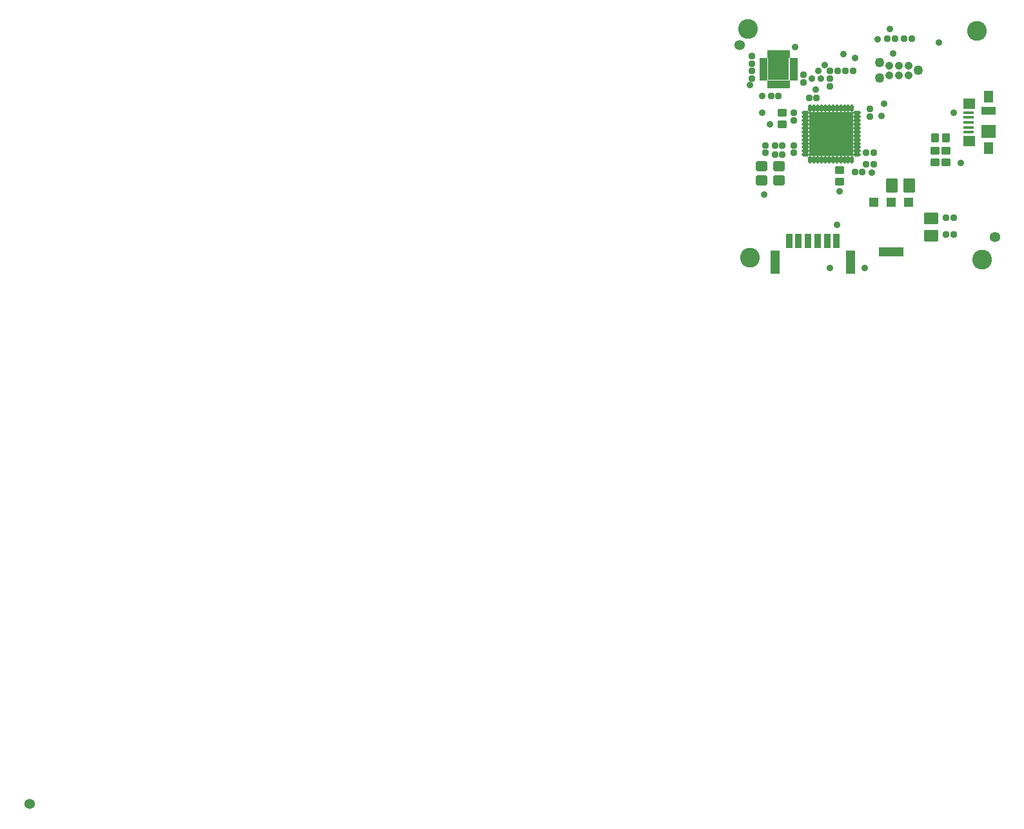
<source format=gbr>
%TF.GenerationSoftware,Altium Limited,Altium Designer,24.4.1 (13)*%
G04 Layer_Color=8388736*
%FSLAX45Y45*%
%MOMM*%
%TF.SameCoordinates,9860FC65-6E59-49BE-95FE-00A45DA03842*%
%TF.FilePolarity,Negative*%
%TF.FileFunction,Soldermask,Top*%
%TF.Part,Single*%
G01*
G75*
%TA.AperFunction,Conductor*%
%ADD12C,0.25000*%
%TA.AperFunction,SMDPad,CuDef*%
%ADD20R,1.38000X0.45000*%
%ADD21R,1.55000X1.42500*%
%ADD22R,1.90000X1.00000*%
%ADD23R,1.90000X1.80000*%
%ADD24R,1.30000X1.65000*%
%ADD29R,3.18213X1.25000*%
%ADD30R,1.25000X1.25000*%
G04:AMPARAMS|DCode=54|XSize=0.8032mm|YSize=0.9032mm|CornerRadius=0.1766mm|HoleSize=0mm|Usage=FLASHONLY|Rotation=90.000|XOffset=0mm|YOffset=0mm|HoleType=Round|Shape=RoundedRectangle|*
%AMROUNDEDRECTD54*
21,1,0.80320,0.55000,0,0,90.0*
21,1,0.45000,0.90320,0,0,90.0*
1,1,0.35320,0.27500,0.22500*
1,1,0.35320,0.27500,-0.22500*
1,1,0.35320,-0.27500,-0.22500*
1,1,0.35320,-0.27500,0.22500*
%
%ADD54ROUNDEDRECTD54*%
G04:AMPARAMS|DCode=55|XSize=0.8032mm|YSize=0.9032mm|CornerRadius=0.1766mm|HoleSize=0mm|Usage=FLASHONLY|Rotation=0.000|XOffset=0mm|YOffset=0mm|HoleType=Round|Shape=RoundedRectangle|*
%AMROUNDEDRECTD55*
21,1,0.80320,0.55000,0,0,0.0*
21,1,0.45000,0.90320,0,0,0.0*
1,1,0.35320,0.22500,-0.27500*
1,1,0.35320,-0.22500,-0.27500*
1,1,0.35320,-0.22500,0.27500*
1,1,0.35320,0.22500,0.27500*
%
%ADD55ROUNDEDRECTD55*%
%ADD56R,5.80320X5.80320*%
%ADD57O,0.45320X1.00320*%
%ADD58O,1.00320X0.45320*%
%TA.AperFunction,BGAPad,CuDef*%
%ADD59C,1.06620*%
%TA.AperFunction,SMDPad,CuDef*%
%ADD60R,2.80320X2.90320*%
%ADD61R,0.55320X1.00320*%
%ADD62R,1.05320X0.55320*%
G04:AMPARAMS|DCode=63|XSize=1.0032mm|YSize=1.2032mm|CornerRadius=0.2016mm|HoleSize=0mm|Usage=FLASHONLY|Rotation=180.000|XOffset=0mm|YOffset=0mm|HoleType=Round|Shape=RoundedRectangle|*
%AMROUNDEDRECTD63*
21,1,1.00320,0.80000,0,0,180.0*
21,1,0.60000,1.20320,0,0,180.0*
1,1,0.40320,-0.30000,0.40000*
1,1,0.40320,0.30000,0.40000*
1,1,0.40320,0.30000,-0.40000*
1,1,0.40320,-0.30000,-0.40000*
%
%ADD63ROUNDEDRECTD63*%
G04:AMPARAMS|DCode=64|XSize=1.0032mm|YSize=1.2032mm|CornerRadius=0.2016mm|HoleSize=0mm|Usage=FLASHONLY|Rotation=90.000|XOffset=0mm|YOffset=0mm|HoleType=Round|Shape=RoundedRectangle|*
%AMROUNDEDRECTD64*
21,1,1.00320,0.80000,0,0,90.0*
21,1,0.60000,1.20320,0,0,90.0*
1,1,0.40320,0.40000,0.30000*
1,1,0.40320,0.40000,-0.30000*
1,1,0.40320,-0.40000,-0.30000*
1,1,0.40320,-0.40000,0.30000*
%
%ADD64ROUNDEDRECTD64*%
G04:AMPARAMS|DCode=65|XSize=1.6032mm|YSize=1.9032mm|CornerRadius=0.2766mm|HoleSize=0mm|Usage=FLASHONLY|Rotation=270.000|XOffset=0mm|YOffset=0mm|HoleType=Round|Shape=RoundedRectangle|*
%AMROUNDEDRECTD65*
21,1,1.60320,1.35000,0,0,270.0*
21,1,1.05000,1.90320,0,0,270.0*
1,1,0.55320,-0.67500,-0.52500*
1,1,0.55320,-0.67500,0.52500*
1,1,0.55320,0.67500,0.52500*
1,1,0.55320,0.67500,-0.52500*
%
%ADD65ROUNDEDRECTD65*%
G04:AMPARAMS|DCode=66|XSize=1.6032mm|YSize=1.9032mm|CornerRadius=0.2766mm|HoleSize=0mm|Usage=FLASHONLY|Rotation=180.000|XOffset=0mm|YOffset=0mm|HoleType=Round|Shape=RoundedRectangle|*
%AMROUNDEDRECTD66*
21,1,1.60320,1.35000,0,0,180.0*
21,1,1.05000,1.90320,0,0,180.0*
1,1,0.55320,-0.52500,0.67500*
1,1,0.55320,0.52500,0.67500*
1,1,0.55320,0.52500,-0.67500*
1,1,0.55320,-0.52500,-0.67500*
%
%ADD66ROUNDEDRECTD66*%
%ADD67R,0.85320X1.90320*%
%ADD68R,1.20320X3.10320*%
G04:AMPARAMS|DCode=69|XSize=1.5032mm|YSize=1.3032mm|CornerRadius=0.1566mm|HoleSize=0mm|Usage=FLASHONLY|Rotation=0.000|XOffset=0mm|YOffset=0mm|HoleType=Round|Shape=RoundedRectangle|*
%AMROUNDEDRECTD69*
21,1,1.50320,0.99000,0,0,0.0*
21,1,1.19000,1.30320,0,0,0.0*
1,1,0.31320,0.59500,-0.49500*
1,1,0.31320,-0.59500,-0.49500*
1,1,0.31320,-0.59500,0.49500*
1,1,0.31320,0.59500,0.49500*
%
%ADD69ROUNDEDRECTD69*%
%TA.AperFunction,ViaPad*%
%ADD70C,1.35520*%
%TA.AperFunction,ComponentPad*%
%ADD71C,1.27020*%
%TA.AperFunction,ViaPad*%
%ADD72C,2.60320*%
%ADD73C,0.90320*%
%ADD74C,0.70320*%
D12*
X214499Y2469959D02*
X223110Y2478569D01*
D20*
X3081500Y2105000D02*
D03*
Y2040000D02*
D03*
Y1975000D02*
D03*
Y1910000D02*
D03*
Y1845000D02*
D03*
D21*
X3090000Y2223750D02*
D03*
Y1726250D02*
D03*
D22*
X3347500Y2130000D02*
D03*
D23*
Y1860000D02*
D03*
D24*
Y2312500D02*
D03*
Y1637500D02*
D03*
D29*
X2062500Y270500D02*
D03*
D30*
X1833500Y929500D02*
D03*
X2062500D02*
D03*
X2291500D02*
D03*
D54*
X412500Y1575000D02*
D03*
Y1675000D02*
D03*
X787500Y1575000D02*
D03*
Y1675000D02*
D03*
X912500Y2500000D02*
D03*
Y2600000D02*
D03*
X237500Y2850000D02*
D03*
Y2750000D02*
D03*
X237500Y2650000D02*
D03*
Y2550000D02*
D03*
X1262500Y2450000D02*
D03*
Y2550000D02*
D03*
X1787500Y2150000D02*
D03*
Y2050000D02*
D03*
X787500Y2100000D02*
D03*
Y2000000D02*
D03*
D55*
X1737500Y1425000D02*
D03*
X1837500D02*
D03*
X637501Y1550000D02*
D03*
X537501D02*
D03*
X487500Y2325000D02*
D03*
X587500D02*
D03*
X537500Y1675000D02*
D03*
X637500D02*
D03*
X2787500Y500000D02*
D03*
X2887500D02*
D03*
Y725000D02*
D03*
X2787500D02*
D03*
X1262500Y2650000D02*
D03*
X1362500D02*
D03*
X1562500D02*
D03*
X1462500D02*
D03*
X1837500Y1575000D02*
D03*
X1737500D02*
D03*
X2337500Y3075000D02*
D03*
X2237500D02*
D03*
X2112500D02*
D03*
X2012500D02*
D03*
X987500Y2300000D02*
D03*
X1087500D02*
D03*
X1687500Y1325000D02*
D03*
X1587500D02*
D03*
D56*
X1277500Y1825000D02*
D03*
D57*
X1002500Y2165000D02*
D03*
X1052500D02*
D03*
X1102500D02*
D03*
X1152500D02*
D03*
X1202500D02*
D03*
X1252500D02*
D03*
X1302500D02*
D03*
X1352500D02*
D03*
X1402500D02*
D03*
X1452500D02*
D03*
X1502500D02*
D03*
X1552500D02*
D03*
Y1485000D02*
D03*
X1502500D02*
D03*
X1452500D02*
D03*
X1402500D02*
D03*
X1352500D02*
D03*
X1302500D02*
D03*
X1252500D02*
D03*
X1202500D02*
D03*
X1152500D02*
D03*
X1102500D02*
D03*
X1052500D02*
D03*
X1002500D02*
D03*
D58*
X1617500Y2100000D02*
D03*
Y2050000D02*
D03*
Y2000000D02*
D03*
Y1950000D02*
D03*
Y1900000D02*
D03*
Y1850000D02*
D03*
Y1800000D02*
D03*
Y1750000D02*
D03*
Y1700000D02*
D03*
Y1650000D02*
D03*
Y1600000D02*
D03*
Y1550000D02*
D03*
X937500D02*
D03*
Y1600000D02*
D03*
Y1650000D02*
D03*
Y1700000D02*
D03*
Y1750000D02*
D03*
Y1800000D02*
D03*
Y1850000D02*
D03*
Y1900000D02*
D03*
Y1950000D02*
D03*
Y2000000D02*
D03*
Y2050000D02*
D03*
Y2100000D02*
D03*
D59*
X2291500Y2598000D02*
D03*
X2037500D02*
D03*
X2164500D02*
D03*
X2037500Y2725000D02*
D03*
X2164500D02*
D03*
X2291500D02*
D03*
D60*
X587500Y2675000D02*
D03*
D61*
X462500Y2475000D02*
D03*
X512500D02*
D03*
X562500D02*
D03*
X612500D02*
D03*
X662500D02*
D03*
X712500D02*
D03*
X462500Y2875000D02*
D03*
X512500D02*
D03*
X562500D02*
D03*
X612500D02*
D03*
X662500D02*
D03*
X712500D02*
D03*
D62*
X785000Y2550000D02*
D03*
Y2600000D02*
D03*
Y2650000D02*
D03*
Y2700000D02*
D03*
Y2750000D02*
D03*
Y2800000D02*
D03*
X390000Y2550000D02*
D03*
Y2600000D02*
D03*
Y2650000D02*
D03*
Y2700000D02*
D03*
Y2750000D02*
D03*
Y2800000D02*
D03*
D63*
X2637500Y1775000D02*
D03*
X2787500D02*
D03*
D64*
X2637500Y1450000D02*
D03*
Y1600000D02*
D03*
X2787500Y1450000D02*
D03*
Y1600000D02*
D03*
X1387500Y1200000D02*
D03*
Y1350000D02*
D03*
X637500Y1950000D02*
D03*
Y2100000D02*
D03*
D65*
X2587500Y714300D02*
D03*
Y485700D02*
D03*
D66*
X2301800Y1150000D02*
D03*
X2073200D02*
D03*
D67*
X725000Y415000D02*
D03*
X850000D02*
D03*
X1100000D02*
D03*
X1225000D02*
D03*
X975000D02*
D03*
X1350000D02*
D03*
D68*
X540000Y135000D02*
D03*
X1535000D02*
D03*
D69*
X592500Y1210000D02*
D03*
Y1400000D02*
D03*
X362500Y1210000D02*
D03*
Y1400000D02*
D03*
D70*
X3425000Y465000D02*
D03*
X75000Y2995000D02*
D03*
X-9247300Y-6984800D02*
D03*
D71*
X1910500Y2763100D02*
D03*
Y2559900D02*
D03*
X2418500Y2661500D02*
D03*
D72*
X3262500Y175000D02*
D03*
X212500Y200000D02*
D03*
X3187500Y3175000D02*
D03*
X187500Y3200000D02*
D03*
D73*
X470000Y1950556D02*
D03*
X1077500Y2405000D02*
D03*
X1022500Y2548056D02*
D03*
X1807500Y1315000D02*
D03*
X1940000Y2062500D02*
D03*
X805000Y2965000D02*
D03*
X399500Y1027459D02*
D03*
X2689500Y3027459D02*
D03*
X1970000Y2217500D02*
D03*
X374500Y2319959D02*
D03*
X214499Y2469959D02*
D03*
X372500Y2102500D02*
D03*
X1437500Y2875000D02*
D03*
X1195000Y2732500D02*
D03*
X1595000Y2825000D02*
D03*
X1260000Y62500D02*
D03*
X1722500D02*
D03*
X1392500Y1070000D02*
D03*
X1352500Y632500D02*
D03*
X2980000Y1442500D02*
D03*
X2890000Y2105000D02*
D03*
X2087500Y2885000D02*
D03*
X1885000Y3067500D02*
D03*
X1145000Y2550000D02*
D03*
X2047500Y3200000D02*
D03*
X1112500Y2650000D02*
D03*
D74*
X1497500Y1605000D02*
D03*
X1387500D02*
D03*
X1277500D02*
D03*
X1167500D02*
D03*
X1057500D02*
D03*
X1497500Y1715000D02*
D03*
X1387500D02*
D03*
X1277500D02*
D03*
X1167500D02*
D03*
X1057500D02*
D03*
X1497500Y1825000D02*
D03*
X1387500D02*
D03*
X1277500D02*
D03*
X1167500D02*
D03*
X1057500D02*
D03*
X1497500Y1935000D02*
D03*
X1387500D02*
D03*
X1277500D02*
D03*
X1167500D02*
D03*
X1057500D02*
D03*
X1497500Y2045000D02*
D03*
X1387500D02*
D03*
X1277500D02*
D03*
X1167500D02*
D03*
X1057500D02*
D03*
X642500Y2730000D02*
D03*
Y2620000D02*
D03*
X532500D02*
D03*
Y2730000D02*
D03*
%TF.MD5,c876399286eb4a07eb726245c4306c08*%
M02*

</source>
